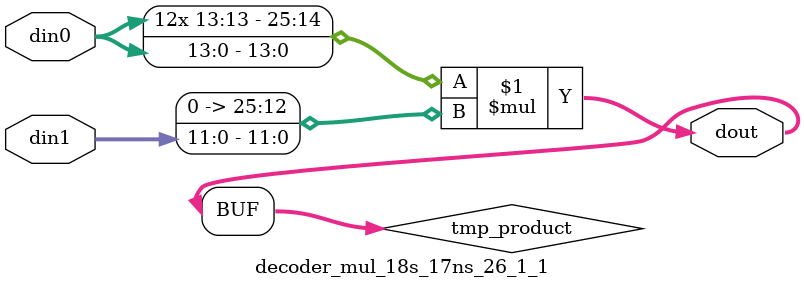
<source format=v>

`timescale 1 ns / 1 ps

 module decoder_mul_18s_17ns_26_1_1(din0, din1, dout);
parameter ID = 1;
parameter NUM_STAGE = 0;
parameter din0_WIDTH = 14;
parameter din1_WIDTH = 12;
parameter dout_WIDTH = 26;

input [din0_WIDTH - 1 : 0] din0; 
input [din1_WIDTH - 1 : 0] din1; 
output [dout_WIDTH - 1 : 0] dout;

wire signed [dout_WIDTH - 1 : 0] tmp_product;


























assign tmp_product = $signed(din0) * $signed({1'b0, din1});









assign dout = tmp_product;





















endmodule

</source>
